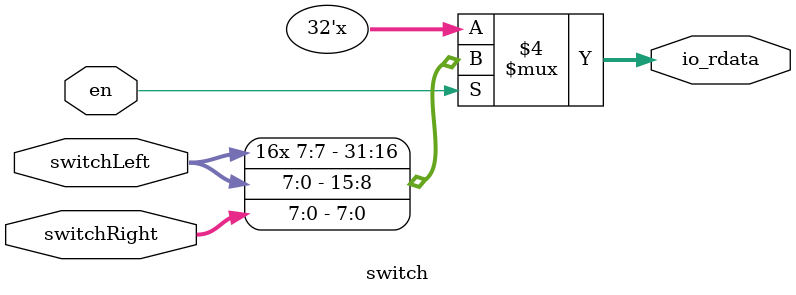
<source format=v>
module switch(
    input en,
    input [7:0] switchLeft,
    input [7:0] switchRight,
    output reg [31:0] io_rdata
    );
    always @(*) begin
        if(en == 1'b1) begin
            io_rdata = {{16{switchLeft[7]}},switchLeft,switchRight};
        end
    end
endmodule

</source>
